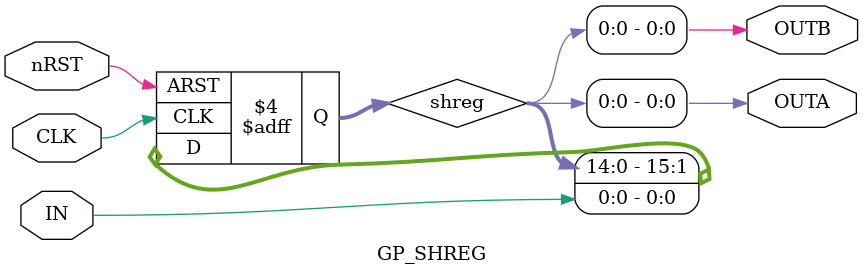
<source format=v>
module GP_SHREG(input nRST, input CLK, input IN, output OUTA, output OUTB);
	parameter OUTA_TAP = 1;
	parameter OUTA_INVERT = 0;
	parameter OUTB_TAP = 1;
	reg[15:0] shreg = 0;
	always @(posedge CLK, negedge nRST) begin
		if(!nRST)
			shreg = 0;
		else
			shreg <= {shreg[14:0], IN};
	end
	assign OUTA = (OUTA_INVERT) ? ~shreg[OUTA_TAP - 1] : shreg[OUTA_TAP - 1];
	assign OUTB = shreg[OUTB_TAP - 1];
endmodule
</source>
